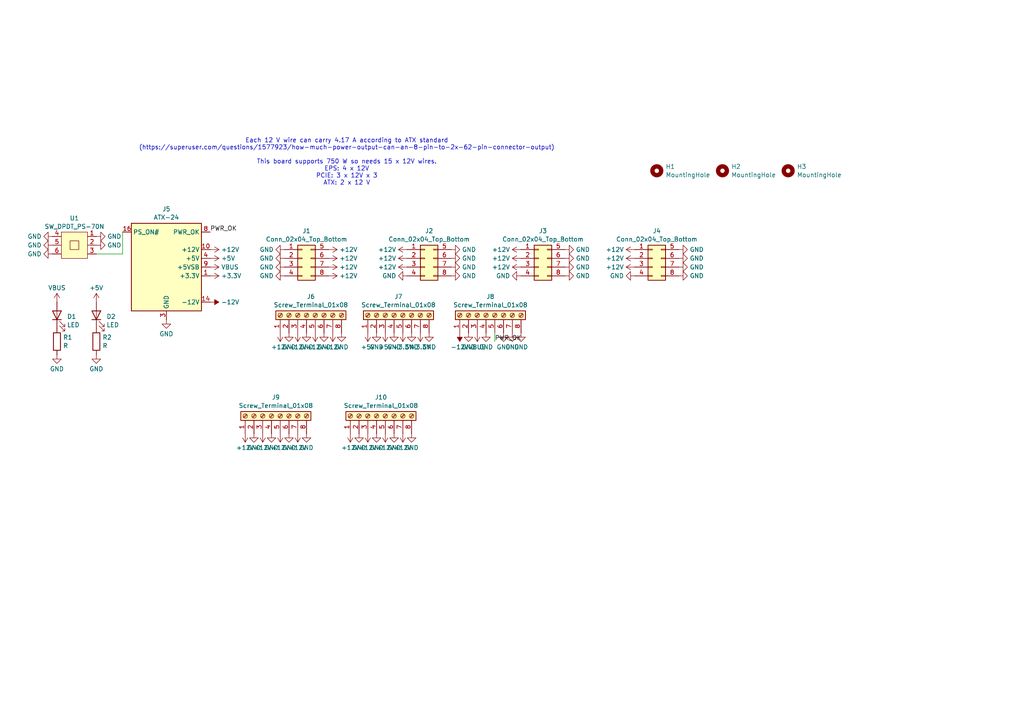
<source format=kicad_sch>
(kicad_sch (version 20231120) (generator "eeschema") (generator_version "8.0")
  (paper "A4")
  (lib_symbols
    (symbol "Connector:ATX-24"
      (property "Reference" "J" (at -8.89 13.97 0))
      (property "Value" "ATX-24" (at 6.35 13.97 0))
      (symbol "ATX-24_0_1"
        (rectangle (start -10.16 12.7) (end 10.16 -12.7) (stroke (width 0.254)) (fill (type background)))
      )
      (symbol "ATX-24_1_1"
        (pin power_out line (at 12.7 -2.54 180) (length 2.54) (name "+3.3V") (number "1"))
        (pin power_out line (at 12.7 5.08 180) (length 2.54) (name "+12V") (number "10"))
        (pin passive line (at 12.7 5.08 180) (length 2.54) hide (name "+12V") (number "11"))
        (pin passive line (at 12.7 -2.54 180) (length 2.54) hide (name "+3.3V") (number "12"))
        (pin passive line (at 12.7 -2.54 180) (length 2.54) hide (name "+3.3V") (number "13"))
        (pin power_out line (at 12.7 -10.16 180) (length 2.54) (name "-12V") (number "14"))
        (pin passive line (at 0 -15.24 90) (length 2.54) hide (name "GND") (number "15"))
        (pin open_collector line (at -12.7 10.16 0) (length 2.54) (name "PS_ON#") (number "16"))
        (pin passive line (at 0 -15.24 90) (length 2.54) hide (name "GND") (number "17"))
        (pin passive line (at 0 -15.24 90) (length 2.54) hide (name "GND") (number "18"))
        (pin passive line (at 0 -15.24 90) (length 2.54) hide (name "GND") (number "19"))
        (pin passive line (at 12.7 -2.54 180) (length 2.54) hide (name "+3.3V") (number "2"))
        (pin no_connect line (at -10.16 0 0) (length 2.54) hide (name "NC") (number "20"))
        (pin passive line (at 12.7 2.54 180) (length 2.54) hide (name "+5V") (number "21"))
        (pin passive line (at 12.7 2.54 180) (length 2.54) hide (name "+5V") (number "22"))
        (pin passive line (at 12.7 2.54 180) (length 2.54) hide (name "+5V") (number "23"))
        (pin passive line (at 0 -15.24 90) (length 2.54) hide (name "GND") (number "24"))
        (pin power_out line (at 0 -15.24 90) (length 2.54) (name "GND") (number "3"))
        (pin power_out line (at 12.7 2.54 180) (length 2.54) (name "+5V") (number "4"))
        (pin passive line (at 0 -15.24 90) (length 2.54) hide (name "GND") (number "5"))
        (pin passive line (at 12.7 2.54 180) (length 2.54) hide (name "+5V") (number "6"))
        (pin passive line (at 0 -15.24 90) (length 2.54) hide (name "GND") (number "7"))
        (pin output line (at 12.7 10.16 180) (length 2.54) (name "PWR_OK") (number "8"))
        (pin power_out line (at 12.7 0 180) (length 2.54) (name "+5VSB") (number "9"))
      )
    )
    (symbol "Connector:Screw_Terminal_01x08" (pin_names (offset 1.016) hide)
      (property "Reference" "J" (at 0 10.16 0))
      (property "Value" "Screw_Terminal_01x08" (at 0 -12.7 0))
      (symbol "Screw_Terminal_01x08_1_1"
        (rectangle (start -1.27 8.89) (end 1.27 -11.43) (stroke (width 0.254)) (fill (type background)))
        (circle (center 0 -10.16) (radius 0.635) (stroke (width 0.1524)))
        (circle (center 0 -7.62) (radius 0.635) (stroke (width 0.1524)))
        (circle (center 0 -5.08) (radius 0.635) (stroke (width 0.1524)))
        (circle (center 0 -2.54) (radius 0.635) (stroke (width 0.1524)))
        (polyline (pts (xy -0.5334 -9.8298) (xy 0.3302 -10.668)) (stroke (width 0.1524)))
        (polyline (pts (xy -0.5334 -7.2898) (xy 0.3302 -8.128)) (stroke (width 0.1524)))
        (polyline (pts (xy -0.5334 -4.7498) (xy 0.3302 -5.588)) (stroke (width 0.1524)))
        (polyline (pts (xy -0.5334 -2.2098) (xy 0.3302 -3.048)) (stroke (width 0.1524)))
        (polyline (pts (xy -0.5334 0.3302) (xy 0.3302 -0.508)) (stroke (width 0.1524)))
        (polyline (pts (xy -0.5334 2.8702) (xy 0.3302 2.032)) (stroke (width 0.1524)))
        (polyline (pts (xy -0.5334 5.4102) (xy 0.3302 4.572)) (stroke (width 0.1524)))
        (polyline (pts (xy -0.5334 7.9502) (xy 0.3302 7.112)) (stroke (width 0.1524)))
        (polyline (pts (xy -0.3556 -9.652) (xy 0.508 -10.4902)) (stroke (width 0.1524)))
        (polyline (pts (xy -0.3556 -7.112) (xy 0.508 -7.9502)) (stroke (width 0.1524)))
        (polyline (pts (xy -0.3556 -4.572) (xy 0.508 -5.4102)) (stroke (width 0.1524)))
        (polyline (pts (xy -0.3556 -2.032) (xy 0.508 -2.8702)) (stroke (width 0.1524)))
        (polyline (pts (xy -0.3556 0.508) (xy 0.508 -0.3302)) (stroke (width 0.1524)))
        (polyline (pts (xy -0.3556 3.048) (xy 0.508 2.2098)) (stroke (width 0.1524)))
        (polyline (pts (xy -0.3556 5.588) (xy 0.508 4.7498)) (stroke (width 0.1524)))
        (polyline (pts (xy -0.3556 8.128) (xy 0.508 7.2898)) (stroke (width 0.1524)))
        (circle (center 0 0) (radius 0.635) (stroke (width 0.1524)))
        (circle (center 0 2.54) (radius 0.635) (stroke (width 0.1524)))
        (circle (center 0 5.08) (radius 0.635) (stroke (width 0.1524)))
        (circle (center 0 7.62) (radius 0.635) (stroke (width 0.1524)))
        (pin passive line (at -5.08 7.62 0) (length 3.81) (name "Pin_1") (number "1"))
        (pin passive line (at -5.08 5.08 0) (length 3.81) (name "Pin_2") (number "2"))
        (pin passive line (at -5.08 2.54 0) (length 3.81) (name "Pin_3") (number "3"))
        (pin passive line (at -5.08 0 0) (length 3.81) (name "Pin_4") (number "4"))
        (pin passive line (at -5.08 -2.54 0) (length 3.81) (name "Pin_5") (number "5"))
        (pin passive line (at -5.08 -5.08 0) (length 3.81) (name "Pin_6") (number "6"))
        (pin passive line (at -5.08 -7.62 0) (length 3.81) (name "Pin_7") (number "7"))
        (pin passive line (at -5.08 -10.16 0) (length 3.81) (name "Pin_8") (number "8"))
      )
    )
    (symbol "Connector_Generic:Conn_02x04_Top_Bottom" (pin_names (offset 1.016) hide)
      (property "Reference" "J" (at 1.27 5.08 0))
      (property "Value" "Conn_02x04_Top_Bottom" (at 1.27 -7.62 0))
      (symbol "Conn_02x04_Top_Bottom_1_1"
        (rectangle (start -1.27 -4.953) (end 0 -5.207) (stroke (width 0.1524)))
        (rectangle (start -1.27 -2.413) (end 0 -2.667) (stroke (width 0.1524)))
        (rectangle (start -1.27 0.127) (end 0 -0.127) (stroke (width 0.1524)))
        (rectangle (start -1.27 2.667) (end 0 2.413) (stroke (width 0.1524)))
        (rectangle (start -1.27 3.81) (end 3.81 -6.35) (stroke (width 0.254)) (fill (type background)))
        (rectangle (start 3.81 -4.953) (end 2.54 -5.207) (stroke (width 0.1524)))
        (rectangle (start 3.81 -2.413) (end 2.54 -2.667) (stroke (width 0.1524)))
        (rectangle (start 3.81 0.127) (end 2.54 -0.127) (stroke (width 0.1524)))
        (rectangle (start 3.81 2.667) (end 2.54 2.413) (stroke (width 0.1524)))
        (pin passive line (at -5.08 2.54 0) (length 3.81) (name "Pin_1") (number "1"))
        (pin passive line (at -5.08 0 0) (length 3.81) (name "Pin_2") (number "2"))
        (pin passive line (at -5.08 -2.54 0) (length 3.81) (name "Pin_3") (number "3"))
        (pin passive line (at -5.08 -5.08 0) (length 3.81) (name "Pin_4") (number "4"))
        (pin passive line (at 7.62 2.54 180) (length 3.81) (name "Pin_5") (number "5"))
        (pin passive line (at 7.62 0 180) (length 3.81) (name "Pin_6") (number "6"))
        (pin passive line (at 7.62 -2.54 180) (length 3.81) (name "Pin_7") (number "7"))
        (pin passive line (at 7.62 -5.08 180) (length 3.81) (name "Pin_8") (number "8"))
      )
    )
    (symbol "Device:LED" (pin_numbers hide) (pin_names (offset 1.016) hide)
      (property "Reference" "D" (at 0 2.54 0))
      (property "Value" "LED" (at 0 -2.54 0))
      (symbol "LED_0_1"
        (polyline (pts (xy -1.27 -1.27) (xy -1.27 1.27)) (stroke (width 0.254)))
        (polyline (pts (xy -1.27 0) (xy 1.27 0)))
        (polyline (pts (xy 1.27 -1.27) (xy 1.27 1.27) (xy -1.27 0) (xy 1.27 -1.27)) (stroke (width 0.254)))
        (polyline (pts (xy -3.048 -0.762) (xy -4.572 -2.286) (xy -3.81 -2.286) (xy -4.572 -2.286) (xy -4.572 -1.524)))
        (polyline (pts (xy -1.778 -0.762) (xy -3.302 -2.286) (xy -2.54 -2.286) (xy -3.302 -2.286) (xy -3.302 -1.524)))
      )
      (symbol "LED_1_1"
        (pin passive line (at -3.81 0 0) (length 2.54) (name "K") (number "1"))
        (pin passive line (at 3.81 0 180) (length 2.54) (name "A") (number "2"))
      )
    )
    (symbol "Device:R" (pin_numbers hide) (pin_names (offset 0))
      (property "Reference" "R" (at 2.032 0 90))
      (property "Value" "R" (at 0 0 90))
      (symbol "R_0_1"
        (rectangle (start -1.016 -2.54) (end 1.016 2.54) (stroke (width 0.254)))
      )
      (symbol "R_1_1"
        (pin passive line (at 0 3.81 270) (length 1.27) (name "~") (number "1"))
        (pin passive line (at 0 -3.81 90) (length 1.27) (name "~") (number "2"))
      )
    )
    (symbol "Mechanical:MountingHole" (pin_names (offset 1.016)) (exclude_from_sim yes) (in_bom no)
      (property "Reference" "H" (at 0 5.08 0))
      (property "Value" "MountingHole" (at 0 3.175 0))
      (symbol "MountingHole_0_1"
        (circle (center 0 0) (radius 1.27) (stroke (width 1.27)))
      )
    )
    (symbol "misc:SW_DPDT_PS-70N" (pin_names (offset 1.016))
      (property "Reference" "U" (at 0 5.08 0))
      (property "Value" "SW_DPDT_PS-70N" (at 0 2.54 0))
      (symbol "SW_DPDT_PS-70N_0_1"
        (rectangle (start -3.81 0) (end 3.81 -7.62) (fill (type background)))
        (polyline (pts (xy -1.27 -2.54) (xy 1.27 -2.54) (xy 1.27 -5.08) (xy -1.27 -5.08) (xy -1.27 -2.54)))
      )
      (symbol "SW_DPDT_PS-70N_1_1"
        (pin passive line (at 6.35 -1.27 180) (length 2.54) (name "~") (number "1"))
        (pin passive line (at 6.35 -3.81 180) (length 2.54) (name "~") (number "2"))
        (pin passive line (at 6.35 -6.35 180) (length 2.54) (name "~") (number "3"))
        (pin passive line (at -6.35 -1.27 0) (length 2.54) (name "~") (number "4"))
        (pin passive line (at -6.35 -3.81 0) (length 2.54) (name "~") (number "5"))
        (pin passive line (at -6.35 -6.35 0) (length 2.54) (name "~") (number "6"))
      )
    )
    (symbol "power:+12V" (power) (pin_numbers hide) (pin_names (offset 0) hide)
      (property "Value" "+12V" (at 0 3.556 0))
      (symbol "+12V_0_1"
        (polyline (pts (xy -0.762 1.27) (xy 0 2.54)))
        (polyline (pts (xy 0 0) (xy 0 2.54)))
        (polyline (pts (xy 0 2.54) (xy 0.762 1.27)))
      )
      (symbol "+12V_1_1"
        (pin power_in line (at 0 0 90) (length 0) (name "~") (number "1"))
      )
    )
    (symbol "power:+3.3V" (power) (pin_numbers hide) (pin_names (offset 0) hide)
      (property "Value" "+3.3V" (at 0 3.556 0))
      (symbol "+3.3V_0_1"
        (polyline (pts (xy -0.762 1.27) (xy 0 2.54)))
        (polyline (pts (xy 0 0) (xy 0 2.54)))
        (polyline (pts (xy 0 2.54) (xy 0.762 1.27)))
      )
      (symbol "+3.3V_1_1"
        (pin power_in line (at 0 0 90) (length 0) (name "~") (number "1"))
      )
    )
    (symbol "power:+5V" (power) (pin_numbers hide) (pin_names (offset 0) hide)
      (property "Value" "+5V" (at 0 3.556 0))
      (symbol "+5V_0_1"
        (polyline (pts (xy -0.762 1.27) (xy 0 2.54)))
        (polyline (pts (xy 0 0) (xy 0 2.54)))
        (polyline (pts (xy 0 2.54) (xy 0.762 1.27)))
      )
      (symbol "+5V_1_1"
        (pin power_in line (at 0 0 90) (length 0) (name "~") (number "1"))
      )
    )
    (symbol "power:-12V" (power) (pin_numbers hide) (pin_names (offset 0) hide)
      (property "Value" "-12V" (at 0 3.556 0))
      (symbol "-12V_0_0"
        (pin power_in line (at 0 0 90) (length 0) (name "~") (number "1"))
      )
      (symbol "-12V_0_1"
        (polyline (pts (xy 0 0) (xy 0 1.27) (xy 0.762 1.27) (xy 0 2.54) (xy -0.762 1.27) (xy 0 1.27)) (fill (type outline)))
      )
    )
    (symbol "power:GND" (power) (pin_numbers hide) (pin_names (offset 0) hide)
      (property "Value" "GND" (at 0 -3.81 0))
      (symbol "GND_0_1"
        (polyline (pts (xy 0 0) (xy 0 -1.27) (xy 1.27 -1.27) (xy 0 -2.54) (xy -1.27 -1.27) (xy 0 -1.27)))
      )
      (symbol "GND_1_1"
        (pin power_in line (at 0 0 270) (length 0) (name "~") (number "1"))
      )
    )
    (symbol "power:VBUS" (power) (pin_numbers hide) (pin_names (offset 0) hide)
      (property "Value" "VBUS" (at 0 3.556 0))
      (symbol "VBUS_0_1"
        (polyline (pts (xy -0.762 1.27) (xy 0 2.54)))
        (polyline (pts (xy 0 0) (xy 0 2.54)))
        (polyline (pts (xy 0 2.54) (xy 0.762 1.27)))
      )
      (symbol "VBUS_1_1"
        (pin power_in line (at 0 0 90) (length 0) (name "~") (number "1"))
      )
    )
  )
  (wire (pts (xy 35.56 67.31) (xy 35.56 73.66)))
  (wire (pts (xy 35.56 73.66) (xy 27.94 73.66)))
  (wire (pts (xy 143.51 96.52) (xy 143.51 99.06)))
  (text "Each 12 V wire can carry 4.17 A according to ATX standard\n(https://superuser.com/questions/1577923/how-much-power-output-can-an-8-pin-to-2x-62-pin-connector-output)\n\nThis board supports 750 W so needs 15 x 12V wires.\nEPS: 4 x 12V\nPCIE: 3 x 12V x 3\nATX: 2 x 12 V" (at 100.584 46.99 0) (effects (font (size 1.27 1.27))))
  (label "PWR_OK" (at 60.96 67.31 0))
  (label "PWR_OK" (at 143.51 99.06 0))
  (symbol (lib_id "power:GND") (at 151.13 80.01 270) (unit 1)
    (property "Reference" "#PWR038" (effects (hide yes)))
    (property "Value" "GND" (at 147.9551 80.01 90) (effects (justify right)))
    (property "Description" "Power symbol creates a global label with name \"GND\" , ground" (effects (hide yes)))
  )
  (symbol (lib_id "power:+3.3V") (at 121.92 96.52 180) (unit 1)
    (property "Reference" "#PWR098" (effects (hide yes)))
    (property "Value" "+3.3V" (at 121.92 100.6531 0))
    (property "Description" "Power symbol creates a global label with name \"+3.3V\"" (effects (hide yes)))
  )
  (symbol (lib_id "power:+12V") (at 76.2 125.73 180) (unit 1)
    (property "Reference" "#PWR046" (effects (hide yes)))
    (property "Value" "+12V" (at 76.2 129.8631 0))
    (property "Description" "Power symbol creates a global label with name \"+12V\"" (effects (hide yes)))
  )
  (symbol (lib_id "power:GND") (at 82.55 74.93 270) (unit 1)
    (property "Reference" "#PWR016" (effects (hide yes)))
    (property "Value" "GND" (at 79.3751 74.93 90) (effects (justify right)))
    (property "Description" "Power symbol creates a global label with name \"GND\" , ground" (effects (hide yes)))
  )
  (symbol (lib_id "power:VBUS") (at 60.96 77.47 270) (unit 1)
    (property "Reference" "#PWR024" (effects (hide yes)))
    (property "Value" "VBUS" (at 64.135 77.47 90) (effects (justify left)))
    (property "Description" "Power symbol creates a global label with name \"VBUS\"" (effects (hide yes)))
  )
  (symbol (lib_id "Connector_Generic:Conn_02x04_Top_Bottom") (at 123.19 74.93 0) (unit 1)
    (property "Reference" "J2" (at 124.46 66.9755 0))
    (property "Value" "Conn_02x04_Top_Bottom" (at 124.46 69.3998 0))
    (property "Footprint" "misc:Molex_Mini-Fit_Jr_5566-08A_2x04_P4.20mm_XY_Vertical" (effects (hide yes)))
    (property "Description" "Generic connector, double row, 02x04, top/bottom pin numbering scheme (row 1: 1...pins_per_row, row2: pins_per_row+1 ... num_pins), script generated (kicad-library-utils/schlib/autogen/connector/)" (effects (hide yes)))
  )
  (symbol (lib_id "power:GND") (at 163.83 77.47 90) (unit 1)
    (property "Reference" "#PWR030" (effects (hide yes)))
    (property "Value" "GND" (at 167.005 77.47 90) (effects (justify right)))
    (property "Description" "Power symbol creates a global label with name \"GND\" , ground" (effects (hide yes)))
  )
  (symbol (lib_id "power:+12V") (at 151.13 77.47 90) (unit 1)
    (property "Reference" "#PWR029" (effects (hide yes)))
    (property "Value" "+12V" (at 147.955 77.47 90) (effects (justify left)))
    (property "Description" "Power symbol creates a global label with name \"+12V\"" (effects (hide yes)))
  )
  (symbol (lib_id "power:+12V") (at 111.76 125.73 180) (unit 1)
    (property "Reference" "#PWR064" (effects (hide yes)))
    (property "Value" "+12V" (at 111.76 129.8631 0))
    (property "Description" "Power symbol creates a global label with name \"+12V\"" (effects (hide yes)))
  )
  (symbol (lib_id "power:+12V") (at 95.25 77.47 270) (unit 1)
    (property "Reference" "#PWR026" (effects (hide yes)))
    (property "Value" "+12V" (at 98.425 77.47 90) (effects (justify left)))
    (property "Description" "Power symbol creates a global label with name \"+12V\"" (effects (hide yes)))
  )
  (symbol (lib_id "power:GND") (at 114.3 125.73 0) (unit 1)
    (property "Reference" "#PWR065" (effects (hide yes)))
    (property "Value" "GND" (at 114.3 129.8631 0))
    (property "Description" "Power symbol creates a global label with name \"GND\" , ground" (effects (hide yes)))
  )
  (symbol (lib_id "power:GND") (at 118.11 80.01 270) (unit 1)
    (property "Reference" "#PWR036" (effects (hide yes)))
    (property "Value" "GND" (at 114.9351 80.01 90) (effects (justify right)))
    (property "Description" "Power symbol creates a global label with name \"GND\" , ground" (effects (hide yes)))
  )
  (symbol (lib_id "power:+12V") (at 101.6 125.73 180) (unit 1)
    (property "Reference" "#PWR060" (effects (hide yes)))
    (property "Value" "+12V" (at 101.6 129.8631 0))
    (property "Description" "Power symbol creates a global label with name \"+12V\"" (effects (hide yes)))
  )
  (symbol (lib_id "power:+12V") (at 60.96 72.39 270) (unit 1)
    (property "Reference" "#PWR05" (effects (hide yes)))
    (property "Value" "+12V" (at 64.135 72.39 90) (effects (justify left)))
    (property "Description" "Power symbol creates a global label with name \"+12V\"" (effects (hide yes)))
  )
  (symbol (lib_id "power:GND") (at 78.74 125.73 0) (unit 1)
    (property "Reference" "#PWR047" (effects (hide yes)))
    (property "Value" "GND" (at 78.74 129.8631 0))
    (property "Description" "Power symbol creates a global label with name \"GND\" , ground" (effects (hide yes)))
  )
  (symbol (lib_id "power:GND") (at 124.46 96.52 0) (unit 1)
    (property "Reference" "#PWR099" (effects (hide yes)))
    (property "Value" "GND" (at 124.46 100.6531 0))
    (property "Description" "Power symbol creates a global label with name \"GND\" , ground" (effects (hide yes)))
  )
  (symbol (lib_id "power:GND") (at 16.51 102.87 0) (unit 1)
    (property "Reference" "#PWR052" (effects (hide yes)))
    (property "Value" "GND" (at 16.51 107.0031 0))
    (property "Description" "Power symbol creates a global label with name \"GND\" , ground" (effects (hide yes)))
  )
  (symbol (lib_id "power:GND") (at 93.98 96.52 0) (unit 1)
    (property "Reference" "#PWR089" (effects (hide yes)))
    (property "Value" "GND" (at 93.98 100.6531 0))
    (property "Description" "Power symbol creates a global label with name \"GND\" , ground" (effects (hide yes)))
  )
  (symbol (lib_id "power:+12V") (at 151.13 74.93 90) (unit 1)
    (property "Reference" "#PWR020" (effects (hide yes)))
    (property "Value" "+12V" (at 147.955 74.93 90) (effects (justify left)))
    (property "Description" "Power symbol creates a global label with name \"+12V\"" (effects (hide yes)))
  )
  (symbol (lib_id "power:+12V") (at 81.28 125.73 180) (unit 1)
    (property "Reference" "#PWR048" (effects (hide yes)))
    (property "Value" "+12V" (at 81.28 129.8631 0))
    (property "Description" "Power symbol creates a global label with name \"+12V\"" (effects (hide yes)))
  )
  (symbol (lib_id "power:GND") (at 135.89 96.52 0) (unit 1)
    (property "Reference" "#PWR0101" (effects (hide yes)))
    (property "Value" "GND" (at 135.89 100.6531 0))
    (property "Description" "Power symbol creates a global label with name \"GND\" , ground" (effects (hide yes)))
  )
  (symbol (lib_id "power:+12V") (at 151.13 72.39 90) (unit 1)
    (property "Reference" "#PWR010" (effects (hide yes)))
    (property "Value" "+12V" (at 147.955 72.39 90) (effects (justify left)))
    (property "Description" "Power symbol creates a global label with name \"+12V\"" (effects (hide yes)))
  )
  (symbol (lib_id "power:GND") (at 196.85 74.93 90) (unit 1)
    (property "Reference" "#PWR023" (effects (hide yes)))
    (property "Value" "GND" (at 200.025 74.93 90) (effects (justify right)))
    (property "Description" "Power symbol creates a global label with name \"GND\" , ground" (effects (hide yes)))
  )
  (symbol (lib_id "Connector_Generic:Conn_02x04_Top_Bottom") (at 189.23 74.93 0) (unit 1)
    (property "Reference" "J4" (at 190.5 66.9755 0))
    (property "Value" "Conn_02x04_Top_Bottom" (at 190.5 69.3998 0))
    (property "Footprint" "misc:Molex_Mini-Fit_Jr_5566-08A_2x04_P4.20mm_XY_Vertical" (effects (hide yes)))
    (property "Description" "Generic connector, double row, 02x04, top/bottom pin numbering scheme (row 1: 1...pins_per_row, row2: pins_per_row+1 ... num_pins), script generated (kicad-library-utils/schlib/autogen/connector/)" (effects (hide yes)))
  )
  (symbol (lib_id "Connector_Generic:Conn_02x04_Top_Bottom") (at 156.21 74.93 0) (unit 1)
    (property "Reference" "J3" (at 157.48 66.9755 0))
    (property "Value" "Conn_02x04_Top_Bottom" (at 157.48 69.3998 0))
    (property "Footprint" "misc:Molex_Mini-Fit_Jr_5566-08A_2x04_P4.20mm_XY_Vertical" (effects (hide yes)))
    (property "Description" "Generic connector, double row, 02x04, top/bottom pin numbering scheme (row 1: 1...pins_per_row, row2: pins_per_row+1 ... num_pins), script generated (kicad-library-utils/schlib/autogen/connector/)" (effects (hide yes)))
  )
  (symbol (lib_id "power:+3.3V") (at 60.96 80.01 270) (unit 1)
    (property "Reference" "#PWR033" (effects (hide yes)))
    (property "Value" "+3.3V" (at 64.135 80.01 90) (effects (justify left)))
    (property "Description" "Power symbol creates a global label with name \"+3.3V\"" (effects (hide yes)))
  )
  (symbol (lib_id "power:GND") (at 130.81 72.39 90) (unit 1)
    (property "Reference" "#PWR09" (effects (hide yes)))
    (property "Value" "GND" (at 133.985 72.39 90) (effects (justify right)))
    (property "Description" "Power symbol creates a global label with name \"GND\" , ground" (effects (hide yes)))
  )
  (symbol (lib_id "power:GND") (at 88.9 125.73 0) (unit 1)
    (property "Reference" "#PWR051" (effects (hide yes)))
    (property "Value" "GND" (at 88.9 129.8631 0))
    (property "Description" "Power symbol creates a global label with name \"GND\" , ground" (effects (hide yes)))
  )
  (symbol (lib_id "power:GND") (at 88.9 96.52 0) (unit 1)
    (property "Reference" "#PWR059" (effects (hide yes)))
    (property "Value" "GND" (at 88.9 100.6531 0))
    (property "Description" "Power symbol creates a global label with name \"GND\" , ground" (effects (hide yes)))
  )
  (symbol (lib_id "power:GND") (at 119.38 96.52 0) (unit 1)
    (property "Reference" "#PWR097" (effects (hide yes)))
    (property "Value" "GND" (at 119.38 100.6531 0))
    (property "Description" "Power symbol creates a global label with name \"GND\" , ground" (effects (hide yes)))
  )
  (symbol (lib_id "power:GND") (at 83.82 125.73 0) (unit 1)
    (property "Reference" "#PWR049" (effects (hide yes)))
    (property "Value" "GND" (at 83.82 129.8631 0))
    (property "Description" "Power symbol creates a global label with name \"GND\" , ground" (effects (hide yes)))
  )
  (symbol (lib_id "power:GND") (at 104.14 125.73 0) (unit 1)
    (property "Reference" "#PWR061" (effects (hide yes)))
    (property "Value" "GND" (at 104.14 129.8631 0))
    (property "Description" "Power symbol creates a global label with name \"GND\" , ground" (effects (hide yes)))
  )
  (symbol (lib_id "power:VBUS") (at 16.51 87.63 0) (unit 1)
    (property "Reference" "#PWR054" (effects (hide yes)))
    (property "Value" "VBUS" (at 16.51 83.4969 0))
    (property "Description" "Power symbol creates a global label with name \"VBUS\"" (effects (hide yes)))
  )
  (symbol (lib_id "power:-12V") (at 133.35 96.52 180) (unit 1)
    (property "Reference" "#PWR0100" (effects (hide yes)))
    (property "Value" "-12V" (at 133.35 100.6531 0))
    (property "Description" "Power symbol creates a global label with name \"-12V\"" (effects (hide yes)))
  )
  (symbol (lib_id "Mechanical:MountingHole") (at 190.5 49.53 0) (unit 1) (exclude_from_sim yes) (in_bom no)
    (property "Reference" "H1" (at 193.04 48.3178 0) (effects (justify left)))
    (property "Value" "MountingHole" (at 193.04 50.7421 0) (effects (justify left)))
    (property "Footprint" "MountingHole:MountingHole_2.2mm_M2" (effects (hide yes)))
    (property "Description" "Mounting Hole without connection" (effects (hide yes)))
  )
  (symbol (lib_id "power:GND") (at 196.85 80.01 90) (unit 1)
    (property "Reference" "#PWR041" (effects (hide yes)))
    (property "Value" "GND" (at 200.025 80.01 90) (effects (justify right)))
    (property "Description" "Power symbol creates a global label with name \"GND\" , ground" (effects (hide yes)))
  )
  (symbol (lib_id "power:+12V") (at 81.28 96.52 180) (unit 1)
    (property "Reference" "#PWR056" (effects (hide yes)))
    (property "Value" "+12V" (at 81.28 100.6531 0))
    (property "Description" "Power symbol creates a global label with name \"+12V\"" (effects (hide yes)))
  )
  (symbol (lib_id "power:GND") (at 82.55 80.01 270) (unit 1)
    (property "Reference" "#PWR034" (effects (hide yes)))
    (property "Value" "GND" (at 79.3751 80.01 90) (effects (justify right)))
    (property "Description" "Power symbol creates a global label with name \"GND\" , ground" (effects (hide yes)))
  )
  (symbol (lib_id "Mechanical:MountingHole") (at 209.55 49.53 0) (unit 1) (exclude_from_sim yes) (in_bom no)
    (property "Reference" "H2" (at 212.09 48.3178 0) (effects (justify left)))
    (property "Value" "MountingHole" (at 212.09 50.7421 0) (effects (justify left)))
    (property "Footprint" "MountingHole:MountingHole_2.2mm_M2" (effects (hide yes)))
    (property "Description" "Mounting Hole without connection" (effects (hide yes)))
  )
  (symbol (lib_id "misc:SW_DPDT_PS-70N") (at 21.59 67.31 0) (unit 1)
    (property "Reference" "U1" (at 21.59 63.2925 0))
    (property "Value" "SW_DPDT_PS-70N" (at 21.59 65.7168 0))
    (property "Footprint" "misc:SW_DPDT_PS-70N" (effects (hide yes)))
  )
  (symbol (lib_id "power:+12V") (at 95.25 80.01 270) (unit 1)
    (property "Reference" "#PWR035" (effects (hide yes)))
    (property "Value" "+12V" (at 98.425 80.01 90) (effects (justify left)))
    (property "Description" "Power symbol creates a global label with name \"+12V\"" (effects (hide yes)))
  )
  (symbol (lib_id "power:GND") (at 114.3 96.52 0) (unit 1)
    (property "Reference" "#PWR095" (effects (hide yes)))
    (property "Value" "GND" (at 114.3 100.6531 0))
    (property "Description" "Power symbol creates a global label with name \"GND\" , ground" (effects (hide yes)))
  )
  (symbol (lib_id "power:+12V") (at 118.11 74.93 90) (unit 1)
    (property "Reference" "#PWR018" (effects (hide yes)))
    (property "Value" "+12V" (at 114.935 74.93 90) (effects (justify left)))
    (property "Description" "Power symbol creates a global label with name \"+12V\"" (effects (hide yes)))
  )
  (symbol (lib_id "power:+12V") (at 71.12 125.73 180) (unit 1)
    (property "Reference" "#PWR044" (effects (hide yes)))
    (property "Value" "+12V" (at 71.12 129.8631 0))
    (property "Description" "Power symbol creates a global label with name \"+12V\"" (effects (hide yes)))
  )
  (symbol (lib_id "Connector:Screw_Terminal_01x08") (at 109.22 120.65 90) (unit 1)
    (property "Reference" "J10" (at 110.49 115.2355 90))
    (property "Value" "Screw_Terminal_01x08" (at 110.49 117.6598 90))
    (property "Footprint" "TerminalBlock_Phoenix:TerminalBlock_Phoenix_PT-1,5-8-5.0-H_1x08_P5.00mm_Horizontal" (effects (hide yes)))
    (property "Description" "Generic screw terminal, single row, 01x08, script generated (kicad-library-utils/schlib/autogen/connector/)" (effects (hide yes)))
  )
  (symbol (lib_id "power:GND") (at 130.81 74.93 90) (unit 1)
    (property "Reference" "#PWR019" (effects (hide yes)))
    (property "Value" "GND" (at 133.985 74.93 90) (effects (justify right)))
    (property "Description" "Power symbol creates a global label with name \"GND\" , ground" (effects (hide yes)))
  )
  (symbol (lib_id "power:+12V") (at 91.44 96.52 180) (unit 1)
    (property "Reference" "#PWR088" (effects (hide yes)))
    (property "Value" "+12V" (at 91.44 100.6531 0))
    (property "Description" "Power symbol creates a global label with name \"+12V\"" (effects (hide yes)))
  )
  (symbol (lib_id "power:GND") (at 163.83 74.93 90) (unit 1)
    (property "Reference" "#PWR021" (effects (hide yes)))
    (property "Value" "GND" (at 167.005 74.93 90) (effects (justify right)))
    (property "Description" "Power symbol creates a global label with name \"GND\" , ground" (effects (hide yes)))
  )
  (symbol (lib_id "Device:R") (at 16.51 99.06 0) (unit 1)
    (property "Reference" "R1" (at 18.288 97.8478 0) (effects (justify left)))
    (property "Value" "R" (at 18.288 100.2721 0) (effects (justify left)))
    (property "Footprint" "Resistor_THT:R_Axial_DIN0207_L6.3mm_D2.5mm_P7.62mm_Horizontal" (effects (hide yes)))
    (property "Description" "Resistor" (effects (hide yes)))
  )
  (symbol (lib_id "power:+5V") (at 60.96 74.93 270) (unit 1)
    (property "Reference" "#PWR015" (effects (hide yes)))
    (property "Value" "+5V" (at 64.135 74.93 90) (effects (justify left)))
    (property "Description" "Power symbol creates a global label with name \"+5V\"" (effects (hide yes)))
  )
  (symbol (lib_id "power:+12V") (at 95.25 74.93 270) (unit 1)
    (property "Reference" "#PWR017" (effects (hide yes)))
    (property "Value" "+12V" (at 98.425 74.93 90) (effects (justify left)))
    (property "Description" "Power symbol creates a global label with name \"+12V\"" (effects (hide yes)))
  )
  (symbol (lib_id "power:GND") (at 196.85 72.39 90) (unit 1)
    (property "Reference" "#PWR013" (effects (hide yes)))
    (property "Value" "GND" (at 200.025 72.39 90) (effects (justify right)))
    (property "Description" "Power symbol creates a global label with name \"GND\" , ground" (effects (hide yes)))
  )
  (symbol (lib_id "power:GND") (at 184.15 80.01 270) (unit 1)
    (property "Reference" "#PWR040" (effects (hide yes)))
    (property "Value" "GND" (at 180.9751 80.01 90) (effects (justify right)))
    (property "Description" "Power symbol creates a global label with name \"GND\" , ground" (effects (hide yes)))
  )
  (symbol (lib_id "power:+12V") (at 118.11 77.47 90) (unit 1)
    (property "Reference" "#PWR027" (effects (hide yes)))
    (property "Value" "+12V" (at 114.935 77.47 90) (effects (justify left)))
    (property "Description" "Power symbol creates a global label with name \"+12V\"" (effects (hide yes)))
  )
  (symbol (lib_id "Device:LED") (at 27.94 91.44 90) (unit 1)
    (property "Reference" "D2" (at 30.861 91.8153 90) (effects (justify right)))
    (property "Value" "LED" (at 30.861 94.2396 90) (effects (justify right)))
    (property "Footprint" "LED_THT:LED_D5.0mm" (effects (hide yes)))
    (property "Description" "Light emitting diode" (effects (hide yes)))
  )
  (symbol (lib_id "Connector:Screw_Terminal_01x08") (at 114.3 91.44 90) (unit 1)
    (property "Reference" "J7" (at 115.57 86.0255 90))
    (property "Value" "Screw_Terminal_01x08" (at 115.57 88.4498 90))
    (property "Footprint" "TerminalBlock_Phoenix:TerminalBlock_Phoenix_PT-1,5-8-3.5-H_1x08_P3.50mm_Horizontal" (effects (hide yes)))
    (property "Description" "Generic screw terminal, single row, 01x08, script generated (kicad-library-utils/schlib/autogen/connector/)" (effects (hide yes)))
  )
  (symbol (lib_id "power:GND") (at 83.82 96.52 0) (unit 1)
    (property "Reference" "#PWR057" (effects (hide yes)))
    (property "Value" "GND" (at 83.82 100.6531 0))
    (property "Description" "Power symbol creates a global label with name \"GND\" , ground" (effects (hide yes)))
  )
  (symbol (lib_id "power:GND") (at 163.83 80.01 90) (unit 1)
    (property "Reference" "#PWR039" (effects (hide yes)))
    (property "Value" "GND" (at 167.005 80.01 90) (effects (justify right)))
    (property "Description" "Power symbol creates a global label with name \"GND\" , ground" (effects (hide yes)))
  )
  (symbol (lib_id "power:+12V") (at 118.11 72.39 90) (unit 1)
    (property "Reference" "#PWR08" (effects (hide yes)))
    (property "Value" "+12V" (at 114.935 72.39 90) (effects (justify left)))
    (property "Description" "Power symbol creates a global label with name \"+12V\"" (effects (hide yes)))
  )
  (symbol (lib_id "power:VBUS") (at 138.43 96.52 180) (unit 1)
    (property "Reference" "#PWR0102" (effects (hide yes)))
    (property "Value" "VBUS" (at 138.43 100.6531 0))
    (property "Description" "Power symbol creates a global label with name \"VBUS\"" (effects (hide yes)))
  )
  (symbol (lib_id "power:GND") (at 140.97 96.52 0) (unit 1)
    (property "Reference" "#PWR0103" (effects (hide yes)))
    (property "Value" "GND" (at 140.97 100.6531 0))
    (property "Description" "Power symbol creates a global label with name \"GND\" , ground" (effects (hide yes)))
  )
  (symbol (lib_id "power:GND") (at 27.94 71.12 90) (unit 1)
    (property "Reference" "#PWR04" (effects (hide yes)))
    (property "Value" "GND" (at 31.115 71.12 90) (effects (justify right)))
    (property "Description" "Power symbol creates a global label with name \"GND\" , ground" (effects (hide yes)))
  )
  (symbol (lib_id "power:+12V") (at 86.36 125.73 180) (unit 1)
    (property "Reference" "#PWR050" (effects (hide yes)))
    (property "Value" "+12V" (at 86.36 129.8631 0))
    (property "Description" "Power symbol creates a global label with name \"+12V\"" (effects (hide yes)))
  )
  (symbol (lib_id "power:GND") (at 82.55 72.39 270) (unit 1)
    (property "Reference" "#PWR06" (effects (hide yes)))
    (property "Value" "GND" (at 79.3751 72.39 90) (effects (justify right)))
    (property "Description" "Power symbol creates a global label with name \"GND\" , ground" (effects (hide yes)))
  )
  (symbol (lib_id "power:+5V") (at 111.76 96.52 180) (unit 1)
    (property "Reference" "#PWR094" (effects (hide yes)))
    (property "Value" "+5V" (at 111.76 100.6531 0))
    (property "Description" "Power symbol creates a global label with name \"+5V\"" (effects (hide yes)))
  )
  (symbol (lib_id "power:+12V") (at 184.15 77.47 90) (unit 1)
    (property "Reference" "#PWR031" (effects (hide yes)))
    (property "Value" "+12V" (at 180.975 77.47 90) (effects (justify left)))
    (property "Description" "Power symbol creates a global label with name \"+12V\"" (effects (hide yes)))
  )
  (symbol (lib_id "Mechanical:MountingHole") (at 228.6 49.53 0) (unit 1) (exclude_from_sim yes) (in_bom no)
    (property "Reference" "H3" (at 231.14 48.3178 0) (effects (justify left)))
    (property "Value" "MountingHole" (at 231.14 50.7421 0) (effects (justify left)))
    (property "Footprint" "MountingHole:MountingHole_2.2mm_M2" (effects (hide yes)))
    (property "Description" "Mounting Hole without connection" (effects (hide yes)))
  )
  (symbol (lib_id "power:GND") (at 15.24 68.58 270) (unit 1)
    (property "Reference" "#PWR01" (effects (hide yes)))
    (property "Value" "GND" (at 12.0651 68.58 90) (effects (justify right)))
    (property "Description" "Power symbol creates a global label with name \"GND\" , ground" (effects (hide yes)))
  )
  (symbol (lib_id "power:+12V") (at 95.25 72.39 270) (unit 1)
    (property "Reference" "#PWR07" (effects (hide yes)))
    (property "Value" "+12V" (at 98.425 72.39 90) (effects (justify left)))
    (property "Description" "Power symbol creates a global label with name \"+12V\"" (effects (hide yes)))
  )
  (symbol (lib_id "Device:LED") (at 16.51 91.44 90) (unit 1)
    (property "Reference" "D1" (at 19.431 91.8153 90) (effects (justify right)))
    (property "Value" "LED" (at 19.431 94.2396 90) (effects (justify right)))
    (property "Footprint" "LED_THT:LED_D5.0mm" (effects (hide yes)))
    (property "Description" "Light emitting diode" (effects (hide yes)))
  )
  (symbol (lib_id "power:GND") (at 146.05 96.52 0) (unit 1)
    (property "Reference" "#PWR0104" (effects (hide yes)))
    (property "Value" "GND" (at 146.05 100.6531 0))
    (property "Description" "Power symbol creates a global label with name \"GND\" , ground" (effects (hide yes)))
  )
  (symbol (lib_id "Device:R") (at 27.94 99.06 0) (unit 1)
    (property "Reference" "R2" (at 29.718 97.8478 0) (effects (justify left)))
    (property "Value" "R" (at 29.718 100.2721 0) (effects (justify left)))
    (property "Footprint" "Resistor_THT:R_Axial_DIN0207_L6.3mm_D2.5mm_P7.62mm_Horizontal" (effects (hide yes)))
    (property "Description" "Resistor" (effects (hide yes)))
  )
  (symbol (lib_id "power:+12V") (at 86.36 96.52 180) (unit 1)
    (property "Reference" "#PWR058" (effects (hide yes)))
    (property "Value" "+12V" (at 86.36 100.6531 0))
    (property "Description" "Power symbol creates a global label with name \"+12V\"" (effects (hide yes)))
  )
  (symbol (lib_id "power:+3.3V") (at 116.84 96.52 180) (unit 1)
    (property "Reference" "#PWR096" (effects (hide yes)))
    (property "Value" "+3.3V" (at 116.84 100.6531 0))
    (property "Description" "Power symbol creates a global label with name \"+3.3V\"" (effects (hide yes)))
  )
  (symbol (lib_id "power:GND") (at 196.85 77.47 90) (unit 1)
    (property "Reference" "#PWR032" (effects (hide yes)))
    (property "Value" "GND" (at 200.025 77.47 90) (effects (justify right)))
    (property "Description" "Power symbol creates a global label with name \"GND\" , ground" (effects (hide yes)))
  )
  (symbol (lib_id "power:GND") (at 130.81 77.47 90) (unit 1)
    (property "Reference" "#PWR028" (effects (hide yes)))
    (property "Value" "GND" (at 133.985 77.47 90) (effects (justify right)))
    (property "Description" "Power symbol creates a global label with name \"GND\" , ground" (effects (hide yes)))
  )
  (symbol (lib_id "power:GND") (at 148.59 96.52 0) (unit 1)
    (property "Reference" "#PWR068" (effects (hide yes)))
    (property "Value" "GND" (at 148.59 100.6531 0))
    (property "Description" "Power symbol creates a global label with name \"GND\" , ground" (effects (hide yes)))
  )
  (symbol (lib_id "Connector:ATX-24") (at 48.26 77.47 0) (unit 1)
    (property "Reference" "J5" (at 48.26 60.6255 0))
    (property "Value" "ATX-24" (at 48.26 63.0498 0))
    (property "Footprint" "misc:Molex_Mini-Fit_Jr_5566-24A_2x12_P4.20mm_XY_Vertical" (effects (hide yes)))
    (property "Datasheet" "https://www.intel.com/content/dam/www/public/us/en/documents/guides/power-supply-design-guide-june.pdf#page=33" (effects (hide yes)))
    (property "Description" "ATX Power supply 24pins" (effects (hide yes)))
  )
  (symbol (lib_id "power:-12V") (at 60.96 87.63 270) (unit 1)
    (property "Reference" "#PWR042" (effects (hide yes)))
    (property "Value" "-12V" (at 64.135 87.63 90) (effects (justify left)))
    (property "Description" "Power symbol creates a global label with name \"-12V\"" (effects (hide yes)))
  )
  (symbol (lib_id "power:+5V") (at 27.94 87.63 0) (unit 1)
    (property "Reference" "#PWR055" (effects (hide yes)))
    (property "Value" "+5V" (at 27.94 83.4969 0))
    (property "Description" "Power symbol creates a global label with name \"+5V\"" (effects (hide yes)))
  )
  (symbol (lib_id "power:GND") (at 119.38 125.73 0) (unit 1)
    (property "Reference" "#PWR067" (effects (hide yes)))
    (property "Value" "GND" (at 119.38 129.8631 0))
    (property "Description" "Power symbol creates a global label with name \"GND\" , ground" (effects (hide yes)))
  )
  (symbol (lib_id "power:+12V") (at 96.52 96.52 180) (unit 1)
    (property "Reference" "#PWR090" (effects (hide yes)))
    (property "Value" "+12V" (at 96.52 100.6531 0))
    (property "Description" "Power symbol creates a global label with name \"+12V\"" (effects (hide yes)))
  )
  (symbol (lib_id "power:GND") (at 151.13 96.52 0) (unit 1)
    (property "Reference" "#PWR069" (effects (hide yes)))
    (property "Value" "GND" (at 151.13 100.6531 0))
    (property "Description" "Power symbol creates a global label with name \"GND\" , ground" (effects (hide yes)))
  )
  (symbol (lib_id "power:+12V") (at 184.15 72.39 90) (unit 1)
    (property "Reference" "#PWR012" (effects (hide yes)))
    (property "Value" "+12V" (at 180.975 72.39 90) (effects (justify left)))
    (property "Description" "Power symbol creates a global label with name \"+12V\"" (effects (hide yes)))
  )
  (symbol (lib_id "power:+12V") (at 116.84 125.73 180) (unit 1)
    (property "Reference" "#PWR066" (effects (hide yes)))
    (property "Value" "+12V" (at 116.84 129.8631 0))
    (property "Description" "Power symbol creates a global label with name \"+12V\"" (effects (hide yes)))
  )
  (symbol (lib_id "power:GND") (at 163.83 72.39 90) (unit 1)
    (property "Reference" "#PWR011" (effects (hide yes)))
    (property "Value" "GND" (at 167.005 72.39 90) (effects (justify right)))
    (property "Description" "Power symbol creates a global label with name \"GND\" , ground" (effects (hide yes)))
  )
  (symbol (lib_id "power:GND") (at 82.55 77.47 270) (unit 1)
    (property "Reference" "#PWR025" (effects (hide yes)))
    (property "Value" "GND" (at 79.3751 77.47 90) (effects (justify right)))
    (property "Description" "Power symbol creates a global label with name \"GND\" , ground" (effects (hide yes)))
  )
  (symbol (lib_id "power:GND") (at 27.94 102.87 0) (unit 1)
    (property "Reference" "#PWR053" (effects (hide yes)))
    (property "Value" "GND" (at 27.94 107.0031 0))
    (property "Description" "Power symbol creates a global label with name \"GND\" , ground" (effects (hide yes)))
  )
  (symbol (lib_id "power:GND") (at 15.24 71.12 270) (unit 1)
    (property "Reference" "#PWR03" (effects (hide yes)))
    (property "Value" "GND" (at 12.0651 71.12 90) (effects (justify right)))
    (property "Description" "Power symbol creates a global label with name \"GND\" , ground" (effects (hide yes)))
  )
  (symbol (lib_id "power:GND") (at 15.24 73.66 270) (unit 1)
    (property "Reference" "#PWR014" (effects (hide yes)))
    (property "Value" "GND" (at 12.0651 73.66 90) (effects (justify right)))
    (property "Description" "Power symbol creates a global label with name \"GND\" , ground" (effects (hide yes)))
  )
  (symbol (lib_id "power:GND") (at 109.22 96.52 0) (unit 1)
    (property "Reference" "#PWR093" (effects (hide yes)))
    (property "Value" "GND" (at 109.22 100.6531 0))
    (property "Description" "Power symbol creates a global label with name \"GND\" , ground" (effects (hide yes)))
  )
  (symbol (lib_id "Connector:Screw_Terminal_01x08") (at 88.9 91.44 90) (unit 1)
    (property "Reference" "J6" (at 90.17 86.0255 90))
    (property "Value" "Screw_Terminal_01x08" (at 90.17 88.4498 90))
    (property "Footprint" "TerminalBlock_Phoenix:TerminalBlock_Phoenix_PT-1,5-8-3.5-H_1x08_P3.50mm_Horizontal" (effects (hide yes)))
    (property "Description" "Generic screw terminal, single row, 01x08, script generated (kicad-library-utils/schlib/autogen/connector/)" (effects (hide yes)))
  )
  (symbol (lib_id "power:+12V") (at 184.15 74.93 90) (unit 1)
    (property "Reference" "#PWR022" (effects (hide yes)))
    (property "Value" "+12V" (at 180.975 74.93 90) (effects (justify left)))
    (property "Description" "Power symbol creates a global label with name \"+12V\"" (effects (hide yes)))
  )
  (symbol (lib_id "power:GND") (at 99.06 96.52 0) (unit 1)
    (property "Reference" "#PWR091" (effects (hide yes)))
    (property "Value" "GND" (at 99.06 100.6531 0))
    (property "Description" "Power symbol creates a global label with name \"GND\" , ground" (effects (hide yes)))
  )
  (symbol (lib_id "Connector:Screw_Terminal_01x08") (at 78.74 120.65 90) (unit 1)
    (property "Reference" "J9" (at 80.01 115.2355 90))
    (property "Value" "Screw_Terminal_01x08" (at 80.01 117.6598 90))
    (property "Footprint" "TerminalBlock_Phoenix:TerminalBlock_Phoenix_PT-1,5-8-5.0-H_1x08_P5.00mm_Horizontal" (effects (hide yes)))
    (property "Description" "Generic screw terminal, single row, 01x08, script generated (kicad-library-utils/schlib/autogen/connector/)" (effects (hide yes)))
  )
  (symbol (lib_id "power:+12V") (at 106.68 125.73 180) (unit 1)
    (property "Reference" "#PWR062" (effects (hide yes)))
    (property "Value" "+12V" (at 106.68 129.8631 0))
    (property "Description" "Power symbol creates a global label with name \"+12V\"" (effects (hide yes)))
  )
  (symbol (lib_id "Connector_Generic:Conn_02x04_Top_Bottom") (at 87.63 74.93 0) (unit 1)
    (property "Reference" "J1" (at 88.9 66.9755 0))
    (property "Value" "Conn_02x04_Top_Bottom" (at 88.9 69.3998 0))
    (property "Footprint" "misc:Molex_Mini-Fit_Jr_5566-08A_2x04_P4.20mm_XY_Vertical" (effects (hide yes)))
    (property "Description" "Generic connector, double row, 02x04, top/bottom pin numbering scheme (row 1: 1...pins_per_row, row2: pins_per_row+1 ... num_pins), script generated (kicad-library-utils/schlib/autogen/connector/)" (effects (hide yes)))
  )
  (symbol (lib_id "power:GND") (at 73.66 125.73 0) (unit 1)
    (property "Reference" "#PWR045" (effects (hide yes)))
    (property "Value" "GND" (at 73.66 129.8631 0))
    (property "Description" "Power symbol creates a global label with name \"GND\" , ground" (effects (hide yes)))
  )
  (symbol (lib_id "power:GND") (at 130.81 80.01 90) (unit 1)
    (property "Reference" "#PWR037" (effects (hide yes)))
    (property "Value" "GND" (at 133.985 80.01 90) (effects (justify right)))
    (property "Description" "Power symbol creates a global label with name \"GND\" , ground" (effects (hide yes)))
  )
  (symbol (lib_id "Connector:Screw_Terminal_01x08") (at 140.97 91.44 90) (unit 1)
    (property "Reference" "J8" (at 142.24 86.0255 90))
    (property "Value" "Screw_Terminal_01x08" (at 142.24 88.4498 90))
    (property "Footprint" "TerminalBlock_Phoenix:TerminalBlock_Phoenix_PT-1,5-8-3.5-H_1x08_P3.50mm_Horizontal" (effects (hide yes)))
    (property "Description" "Generic screw terminal, single row, 01x08, script generated (kicad-library-utils/schlib/autogen/connector/)" (effects (hide yes)))
  )
  (symbol (lib_id "power:GND") (at 48.26 92.71 0) (unit 1)
    (property "Reference" "#PWR043" (effects (hide yes)))
    (property "Value" "GND" (at 48.26 96.8431 0))
    (property "Description" "Power symbol creates a global label with name \"GND\" , ground" (effects (hide yes)))
  )
  (symbol (lib_id "power:GND") (at 109.22 125.73 0) (unit 1)
    (property "Reference" "#PWR063" (effects (hide yes)))
    (property "Value" "GND" (at 109.22 129.8631 0))
    (property "Description" "Power symbol creates a global label with name \"GND\" , ground" (effects (hide yes)))
  )
  (symbol (lib_id "power:+5V") (at 106.68 96.52 180) (unit 1)
    (property "Reference" "#PWR092" (effects (hide yes)))
    (property "Value" "+5V" (at 106.68 100.6531 0))
    (property "Description" "Power symbol creates a global label with name \"+5V\"" (effects (hide yes)))
  )
  (symbol (lib_id "power:GND") (at 27.94 68.58 90) (unit 1)
    (property "Reference" "#PWR02" (effects (hide yes)))
    (property "Value" "GND" (at 31.115 68.58 90) (effects (justify right)))
    (property "Description" "Power symbol creates a global label with name \"GND\" , ground" (effects (hide yes)))
  )
)
</source>
